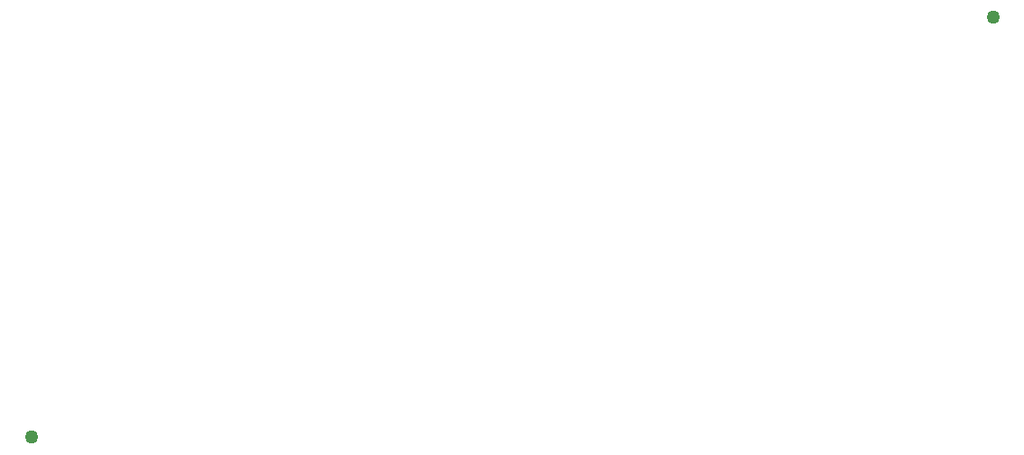
<source format=gbr>
G04 #@! TF.GenerationSoftware,KiCad,Pcbnew,5.0.2-bee76a0~70~ubuntu18.04.1*
G04 #@! TF.CreationDate,2019-06-21T08:35:03-07:00*
G04 #@! TF.ProjectId,aa-panel-receiver-lvds,61612d70-616e-4656-9c2d-726563656976,rev?*
G04 #@! TF.SameCoordinates,Original*
G04 #@! TF.FileFunction,Paste,Bot*
G04 #@! TF.FilePolarity,Positive*
%FSLAX46Y46*%
G04 Gerber Fmt 4.6, Leading zero omitted, Abs format (unit mm)*
G04 Created by KiCad (PCBNEW 5.0.2-bee76a0~70~ubuntu18.04.1) date Fri 21 Jun 2019 08:35:03 AM PDT*
%MOMM*%
%LPD*%
G01*
G04 APERTURE LIST*
%ADD10C,1.275080*%
G04 APERTURE END LIST*
D10*
G04 #@! TO.C,FD6*
X184150000Y-57150000D03*
G04 #@! TD*
G04 #@! TO.C,FD5*
X93980000Y-96520000D03*
G04 #@! TD*
M02*

</source>
